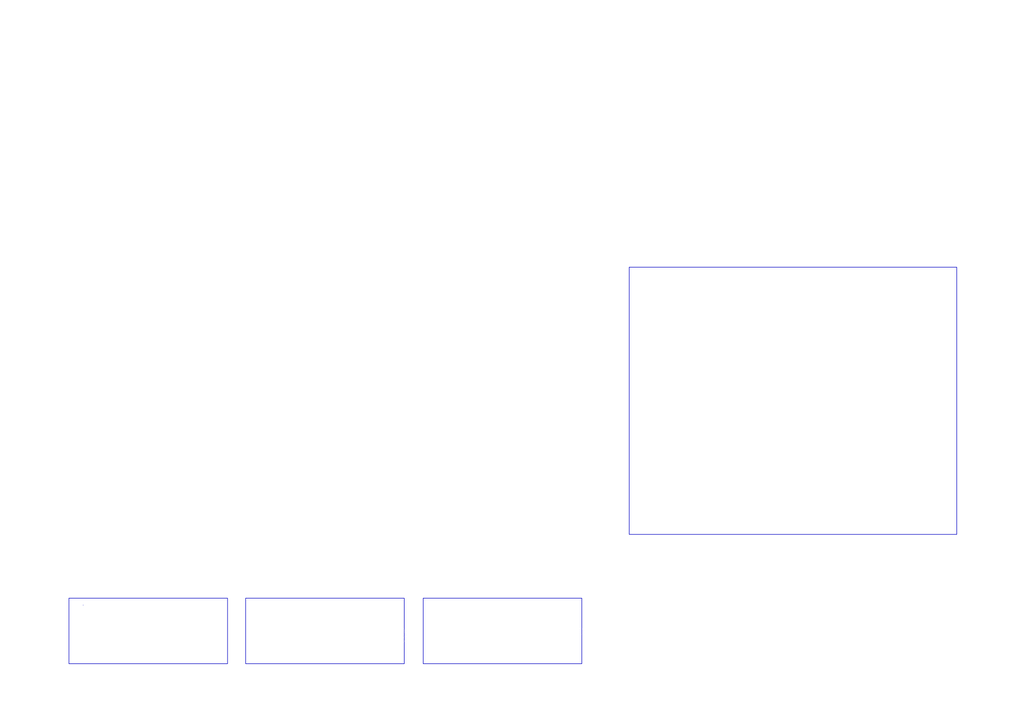
<source format=kicad_sch>
(kicad_sch
	(version 20231120)
	(generator "eeschema")
	(generator_version "8.0")
	(uuid "8cb86fe3-9ba5-4da7-b19f-0d47429dcca5")
	(paper "A4")
	(title_block
		(title "Overview")
	)
	(lib_symbols)
	(polyline
		(pts
			(xy 24.1167 175.5) (xy 24.1167 175.5)
		)
		(stroke
			(width -0.0001)
			(type solid)
		)
		(uuid "84f4d95c-da8f-4475-afd7-d6817844bb59")
	)
	(rectangle
		(start 71.25 173.5)
		(end 117.25 192.5)
		(stroke
			(width 0)
			(type default)
		)
		(fill
			(type none)
		)
		(uuid 020ecd1b-dd96-4196-aa28-8dfa139283be)
	)
	(circle
		(center 21.5 141.25)
		(radius 0.7071)
		(stroke
			(width -0.0001)
			(type default)
		)
		(fill
			(type color)
			(color 255 255 255 1)
		)
		(uuid 6e37a68a-30cc-40f3-ae75-8048a6fd27a3)
	)
	(rectangle
		(start 20 173.5)
		(end 66 192.5)
		(stroke
			(width 0)
			(type default)
		)
		(fill
			(type none)
		)
		(uuid 87e2c502-4822-4b41-a97b-30e5fbbe377d)
	)
	(rectangle
		(start 182.5 77.5)
		(end 277.5 155)
		(stroke
			(width 0)
			(type default)
		)
		(fill
			(type none)
		)
		(uuid ba2b3f54-2030-4579-80c5-665cf80526ea)
	)
	(rectangle
		(start 122.75 173.5)
		(end 168.75 192.5)
		(stroke
			(width 0)
			(type default)
		)
		(fill
			(type none)
		)
		(uuid ee16877b-349f-4482-bf1f-7544582ec5d5)
	)
	(text "5"
		(exclude_from_sim no)
		(at 30.5 109 0)
		(effects
			(font
				(face "Sarabun")
				(size 3 3)
				(color 255 255 255 1)
			)
			(justify left)
		)
		(uuid "07752ad9-7b66-4c03-9e03-809b18ecb8a0")
	)
	(text "6"
		(exclude_from_sim no)
		(at 30.5 116.5 0)
		(effects
			(font
				(face "Sarabun")
				(size 3 3)
				(color 255 255 255 1)
			)
			(justify left)
		)
		(uuid "09fa3387-7415-4425-afef-7259eae40e08")
	)
	(text "3"
		(exclude_from_sim no)
		(at 30.5 94 0)
		(effects
			(font
				(face "Sarabun")
				(size 3 3)
				(color 255 255 255 1)
			)
			(justify left)
		)
		(uuid "11ae7ac9-5dca-4975-93ad-233e31ff617e")
	)
	(text "1"
		(exclude_from_sim no)
		(at 30.5 79 0)
		(effects
			(font
				(face "Sarabun")
				(size 3 3)
				(color 255 255 255 1)
			)
			(justify left)
		)
		(uuid "1699353a-9b87-4564-9e33-8aade3fd7675")
	)
	(text "2"
		(exclude_from_sim no)
		(at 30.5 86.5 0)
		(effects
			(font
				(face "Sarabun")
				(size 3 3)
				(color 255 255 255 1)
			)
			(justify left)
		)
		(uuid "20771f70-fc0d-4e05-84cc-32926ab71092")
	)
	(text "Notes"
		(exclude_from_sim no)
		(at 20 135 0)
		(effects
			(font
				(face "Sarabun ExtraBold")
				(size 4 4)
				(color 255 255 255 1)
			)
			(justify left)
		)
		(uuid "275dbf73-08ed-4b22-81be-67b9643db621")
	)
	(text "Description"
		(exclude_from_sim no)
		(at 120.5 69 0)
		(effects
			(font
				(face "Sarabun ExtraBold")
				(size 4 4)
				(color 255 255 255 1)
			)
			(justify left)
		)
		(uuid "2ea2b06f-625e-4cb9-b1c3-be84dcdd8a73")
	)
	(text "LED Drivers"
		(exclude_from_sim no)
		(at 40.5 116.5 0)
		(effects
			(font
				(face "Sarabun")
				(size 3 3)
				(color 255 255 255 1)
			)
			(justify left)
		)
		(uuid "3b9aaeb4-20f3-429c-ad92-c7886aa49e06")
	)
	(text "22 April 2024"
		(exclude_from_sim no)
		(at 232.5 25 0)
		(effects
			(font
				(face "Sarabun ExtraBold")
				(size 5 5)
				(color 255 255 255 1)
			)
			(justify left)
		)
		(uuid "4e36581e-240d-4d35-9b26-1b25d38286de")
	)
	(text "MCU"
		(exclude_from_sim no)
		(at 40.5 109 0)
		(effects
			(font
				(face "Sarabun")
				(size 3 3)
				(color 255 255 255 1)
			)
			(justify left)
		)
		(uuid "548c3da8-eaca-40a7-af61-539e032077c9")
	)
	(text "Page"
		(exclude_from_sim no)
		(at 20.5 69 0)
		(effects
			(font
				(face "Sarabun ExtraBold")
				(size 4 4)
				(color 255 255 255 1)
			)
			(justify left)
		)
		(uuid "54f7ac6c-a9c0-478c-97d8-c4ff6a8eebac")
	)
	(text "Generic information box to inform about \nspecifics of the part or layout, notes, \nhelpful information."
		(exclude_from_sim no)
		(at 22 182.75 0)
		(effects
			(font
				(face "Sarabun")
				(size 1.5 1.5)
				(color 255 255 255 1)
			)
			(justify left top)
		)
		(uuid "5d38ca82-94fa-40e0-a8e3-78ff4f47c34c")
	)
	(text "Page"
		(exclude_from_sim no)
		(at 100.5 69 0)
		(effects
			(font
				(face "Sarabun ExtraBold")
				(size 4 4)
				(color 255 255 255 1)
			)
			(justify left)
		)
		(uuid "604a7bfc-4e53-4de8-9260-47bccfd95e07")
	)
	(text "Extra care is required here. Pay attention to\ndetails, routing, and try your best to follow\nthe advice."
		(exclude_from_sim no)
		(at 74 182.75 0)
		(effects
			(font
				(face "Sarabun")
				(size 1.5 1.5)
				(color 255 255 255 1)
			)
			(justify left top)
		)
		(uuid "639f7488-9335-4ebd-b0e7-0f04e02f6055")
	)
	(text "It is critical to follow the instructions here. \nFailure to do so will result in poor\nperformance or failuire."
		(exclude_from_sim no)
		(at 125.5 182.75 0)
		(effects
			(font
				(face "Sarabun")
				(size 1.5 1.5)
				(color 255 255 255 1)
			)
			(justify left top)
		)
		(uuid "74a3ecc2-6046-4f81-af0f-05ecc48942ca")
	)
	(text "Overview"
		(exclude_from_sim no)
		(at 20 22.5 0)
		(effects
			(font
				(face "Sarabun")
				(size 8 8)
				(color 255 255 255 1)
			)
			(justify left top)
		)
		(uuid "774b092c-da6d-423b-a324-5178f2475d9b")
	)
	(text "Cover"
		(exclude_from_sim no)
		(at 40.5 79 0)
		(effects
			(font
				(face "Sarabun")
				(size 3 3)
				(color 255 255 255 1)
			)
			(justify left)
		)
		(uuid "788aaef5-6239-415e-bf3e-1a12668a239d")
	)
	(text "Information"
		(exclude_from_sim no)
		(at 28.25 179 0)
		(effects
			(font
				(face "Sarabun")
				(size 3 3)
				(color 255 255 255 1)
			)
			(justify left)
		)
		(uuid "83f2424d-7618-4242-9efd-dbb4e3c1f743")
	)
	(text "Overview"
		(exclude_from_sim no)
		(at 40.5 86.5 0)
		(effects
			(font
				(face "Sarabun")
				(size 3 3)
				(color 255 255 255 1)
			)
			(justify left)
		)
		(uuid "95de8026-a957-4832-a10c-74a437af8fd1")
	)
	(text "Design Considerations"
		(exclude_from_sim no)
		(at 20 163.5 0)
		(effects
			(font
				(face "Sarabun ExtraBold")
				(size 4 4)
				(color 255 255 255 1)
			)
			(justify left)
		)
		(uuid "a3760a33-d7b0-4443-a442-3f01310d87fc")
	)
	(text "Components marked with      will not be fitted."
		(exclude_from_sim no)
		(at 24 142.5 0)
		(effects
			(font
				(face "Sarabun")
				(size 3 3)
				(color 255 255 255 1)
			)
			(justify left)
		)
		(uuid "a3820afe-4323-4d5a-8e24-4184abfa5faa")
	)
	(text "Render placeholder"
		(exclude_from_sim no)
		(at 205 115 0)
		(effects
			(font
				(face "Sarabun ExtraBold")
				(size 4 4)
				(color 255 255 255 1)
			)
			(justify left)
		)
		(uuid "a501f0aa-2847-40eb-b4d7-2a34ebe9f6f5")
	)
	(text "Critical"
		(exclude_from_sim no)
		(at 131 179 0)
		(effects
			(font
				(face "Sarabun")
				(size 3 3)
				(color 255 255 255 1)
			)
			(justify left)
		)
		(uuid "a90833c5-a050-486b-9b8e-02fb6911da51")
	)
	(text "7"
		(exclude_from_sim no)
		(at 110.5 79 0)
		(effects
			(font
				(face "Sarabun")
				(size 3 3)
				(color 255 255 255 1)
			)
			(justify left)
		)
		(uuid "aff63e52-d2a5-4743-a9f8-77a195d547fd")
	)
	(text "4"
		(exclude_from_sim no)
		(at 30.5 101.5 0)
		(effects
			(font
				(face "Sarabun")
				(size 3 3)
				(color 255 255 255 1)
			)
			(justify left)
		)
		(uuid "b6367ff2-7364-4d16-b06b-573520e93f97")
	)
	(text "MCU Power"
		(exclude_from_sim no)
		(at 40.5 101.5 0)
		(effects
			(font
				(face "Sarabun")
				(size 3 3)
				(color 255 255 255 1)
			)
			(justify left)
		)
		(uuid "d0904fc4-05c3-48f4-bda4-6fb2fff78412")
	)
	(text "Misc"
		(exclude_from_sim no)
		(at 120.5 79 0)
		(effects
			(font
				(face "Sarabun")
				(size 3 3)
				(color 255 255 255 1)
			)
			(justify left)
		)
		(uuid "e323d6f1-2abe-438a-9e81-77de125968e4")
	)
	(text "Caution"
		(exclude_from_sim no)
		(at 79.5 179 0)
		(effects
			(font
				(face "Sarabun")
				(size 3 3)
				(color 255 255 255 1)
			)
			(justify left)
		)
		(uuid "f375af88-0899-4a8e-8a78-50606a5d6912")
	)
	(text "Description"
		(exclude_from_sim no)
		(at 40.5 69 0)
		(effects
			(font
				(face "Sarabun ExtraBold")
				(size 4 4)
				(color 255 255 255 1)
			)
			(justify left)
		)
		(uuid "fd35e485-9d6d-4ceb-b6f7-9ae43c998372")
	)
	(text "Block Diagram"
		(exclude_from_sim no)
		(at 40.5 94 0)
		(effects
			(font
				(face "Sarabun")
				(size 3 3)
				(color 255 255 255 1)
			)
			(justify left)
		)
		(uuid "fea10f92-5b82-491a-80d2-3ac57b73c066")
	)
)

</source>
